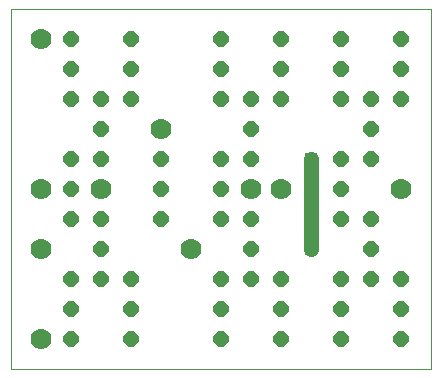
<source format=gtl>
G75*
%MOIN*%
%OFA0B0*%
%FSLAX25Y25*%
%IPPOS*%
%LPD*%
%AMOC8*
5,1,8,0,0,1.08239X$1,22.5*
%
%ADD10C,0.00000*%
%ADD11C,0.07000*%
%ADD12OC8,0.05150*%
%ADD13C,0.05000*%
%ADD14R,0.03962X0.03962*%
D10*
X0029589Y0007738D02*
X0029589Y0127738D01*
X0169589Y0127738D01*
X0169589Y0007738D01*
X0029589Y0007738D01*
D11*
X0039589Y0017738D03*
X0039589Y0047738D03*
X0039589Y0067738D03*
X0059589Y0067738D03*
X0079589Y0087738D03*
X0109589Y0067738D03*
X0119589Y0067738D03*
X0089589Y0047738D03*
X0159589Y0067738D03*
X0039589Y0117738D03*
D12*
X0049589Y0117738D03*
X0049589Y0107738D03*
X0049589Y0097738D03*
X0059589Y0097738D03*
X0069589Y0097738D03*
X0069589Y0107738D03*
X0069589Y0117738D03*
X0099589Y0117738D03*
X0099589Y0107738D03*
X0099589Y0097738D03*
X0109589Y0097738D03*
X0119589Y0097738D03*
X0119589Y0107738D03*
X0119589Y0117738D03*
X0139589Y0117738D03*
X0139589Y0107738D03*
X0139589Y0097738D03*
X0149589Y0097738D03*
X0159589Y0097738D03*
X0159589Y0107738D03*
X0159589Y0117738D03*
X0149589Y0087738D03*
X0149589Y0077738D03*
X0139589Y0077738D03*
X0139589Y0067738D03*
X0139589Y0057738D03*
X0149589Y0057738D03*
X0149589Y0047738D03*
X0149589Y0037738D03*
X0159589Y0037738D03*
X0159589Y0027738D03*
X0159589Y0017738D03*
X0139589Y0017738D03*
X0139589Y0027738D03*
X0139589Y0037738D03*
X0119589Y0037738D03*
X0109589Y0037738D03*
X0099589Y0037738D03*
X0099589Y0027738D03*
X0099589Y0017738D03*
X0119589Y0017738D03*
X0119589Y0027738D03*
X0109589Y0047738D03*
X0109589Y0057738D03*
X0099589Y0057738D03*
X0099589Y0067738D03*
X0099589Y0077738D03*
X0109589Y0077738D03*
X0109589Y0087738D03*
X0079589Y0077738D03*
X0079589Y0067738D03*
X0079589Y0057738D03*
X0059589Y0057738D03*
X0049589Y0057738D03*
X0059589Y0047738D03*
X0059589Y0037738D03*
X0069589Y0037738D03*
X0069589Y0027738D03*
X0069589Y0017738D03*
X0049589Y0017738D03*
X0049589Y0027738D03*
X0049589Y0037738D03*
X0049589Y0067738D03*
X0049589Y0077738D03*
X0059589Y0077738D03*
X0059589Y0087738D03*
D13*
X0129589Y0077738D02*
X0129589Y0047738D01*
D14*
X0129589Y0047738D03*
X0129589Y0077738D03*
M02*

</source>
